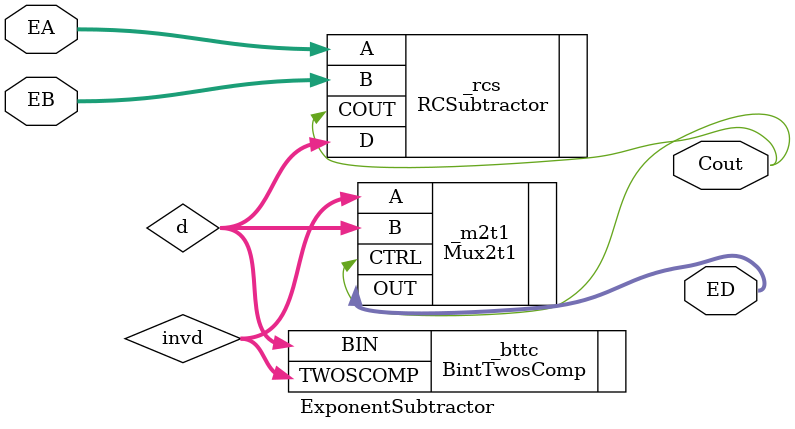
<source format=sv>
/**
cse3341, digital logic 2, lab 5
George Boone
1002055713

hardcoded exponent subtractor according to figure 1 of lab document
*/

module ExponentSubtractor#(
		parameter N = 8
	)(
		input [N-1:0] EA, EB,
		output Cout,
		output [N-1:0] ED
	);
	
	wire [N-1:0] d, invd;	// difference, inverted-difference
	
	RCSubtractor #(
			.N(N)
		) 	_rcs	(
			.A(EA),
			.B(EB),
			
			.D(d),
			.COUT(Cout)
		);
	
	Mux2t1 #(
			.N(N)
		)	_m2t1	(
			.CTRL(Cout),
			.A(invd),
			.B(d),
			
			.OUT(ED)
		);
		
	BintTwosComp #(
			.N(N)
		)	_bttc	(
			.BIN(d),
			
			.TWOSCOMP(invd)
		);

endmodule

</source>
